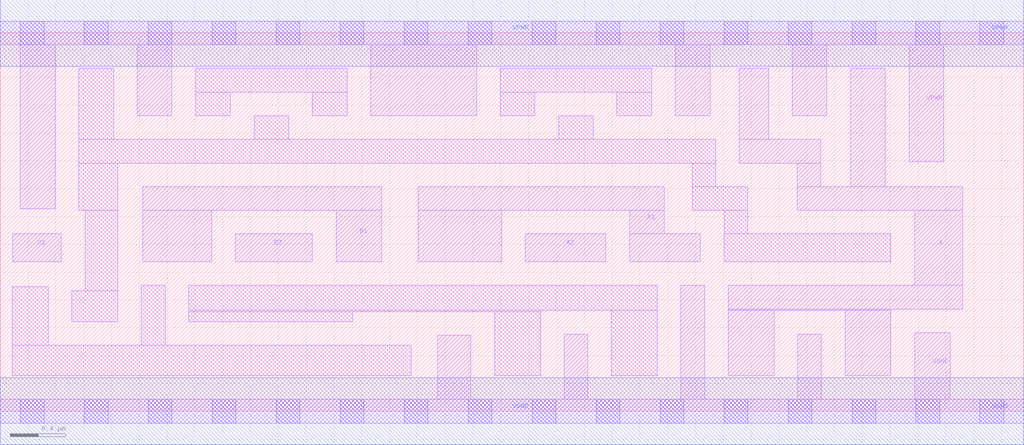
<source format=lef>
# Copyright 2020 The SkyWater PDK Authors
#
# Licensed under the Apache License, Version 2.0 (the "License");
# you may not use this file except in compliance with the License.
# You may obtain a copy of the License at
#
#     https://www.apache.org/licenses/LICENSE-2.0
#
# Unless required by applicable law or agreed to in writing, software
# distributed under the License is distributed on an "AS IS" BASIS,
# WITHOUT WARRANTIES OR CONDITIONS OF ANY KIND, either express or implied.
# See the License for the specific language governing permissions and
# limitations under the License.
#
# SPDX-License-Identifier: Apache-2.0

VERSION 5.7 ;
  NAMESCASESENSITIVE ON ;
  NOWIREEXTENSIONATPIN ON ;
  DIVIDERCHAR "/" ;
  BUSBITCHARS "[]" ;
UNITS
  DATABASE MICRONS 200 ;
END UNITS
MACRO sky130_fd_sc_hd__o221a_4
  CLASS CORE ;
  SOURCE USER ;
  FOREIGN sky130_fd_sc_hd__o221a_4 ;
  ORIGIN  0.000000  0.000000 ;
  SIZE  7.360000 BY  2.720000 ;
  SYMMETRY X Y R90 ;
  SITE unithd ;
  PIN A1
    ANTENNAGATEAREA  0.495000 ;
    DIRECTION INPUT ;
    USE SIGNAL ;
    PORT
      LAYER li1 ;
        RECT 3.005000 1.075000 3.605000 1.445000 ;
        RECT 3.005000 1.445000 4.775000 1.615000 ;
        RECT 4.525000 1.075000 5.035000 1.275000 ;
        RECT 4.525000 1.275000 4.775000 1.445000 ;
    END
  END A1
  PIN A2
    ANTENNAGATEAREA  0.495000 ;
    DIRECTION INPUT ;
    USE SIGNAL ;
    PORT
      LAYER li1 ;
        RECT 3.775000 1.075000 4.355000 1.275000 ;
    END
  END A2
  PIN B1
    ANTENNAGATEAREA  0.495000 ;
    DIRECTION INPUT ;
    USE SIGNAL ;
    PORT
      LAYER li1 ;
        RECT 1.025000 1.075000 1.520000 1.445000 ;
        RECT 1.025000 1.445000 2.745000 1.615000 ;
        RECT 2.415000 1.075000 2.745000 1.445000 ;
    END
  END B1
  PIN B2
    ANTENNAGATEAREA  0.495000 ;
    DIRECTION INPUT ;
    USE SIGNAL ;
    PORT
      LAYER li1 ;
        RECT 1.690000 1.075000 2.245000 1.275000 ;
    END
  END B2
  PIN C1
    ANTENNAGATEAREA  0.495000 ;
    DIRECTION INPUT ;
    USE SIGNAL ;
    PORT
      LAYER li1 ;
        RECT 0.090000 1.075000 0.440000 1.275000 ;
    END
  END C1
  PIN X
    ANTENNADIFFAREA  0.891000 ;
    DIRECTION OUTPUT ;
    USE SIGNAL ;
    PORT
      LAYER li1 ;
        RECT 5.235000 0.255000 5.565000 0.725000 ;
        RECT 5.235000 0.725000 6.405000 0.735000 ;
        RECT 5.235000 0.735000 6.920000 0.905000 ;
        RECT 5.315000 1.785000 5.900000 1.955000 ;
        RECT 5.315000 1.955000 5.525000 2.465000 ;
        RECT 5.730000 1.445000 6.920000 1.615000 ;
        RECT 5.730000 1.615000 5.900000 1.785000 ;
        RECT 6.075000 0.255000 6.405000 0.725000 ;
        RECT 6.115000 1.615000 6.365000 2.465000 ;
        RECT 6.575000 0.905000 6.920000 1.445000 ;
    END
  END X
  PIN VGND
    DIRECTION INOUT ;
    SHAPE ABUTMENT ;
    USE GROUND ;
    PORT
      LAYER li1 ;
        RECT 0.000000 -0.085000 7.360000 0.085000 ;
        RECT 3.145000  0.085000 3.385000 0.545000 ;
        RECT 4.055000  0.085000 4.225000 0.555000 ;
        RECT 4.895000  0.085000 5.065000 0.905000 ;
        RECT 5.735000  0.085000 5.905000 0.555000 ;
        RECT 6.575000  0.085000 6.830000 0.565000 ;
      LAYER mcon ;
        RECT 0.145000 -0.085000 0.315000 0.085000 ;
        RECT 0.605000 -0.085000 0.775000 0.085000 ;
        RECT 1.065000 -0.085000 1.235000 0.085000 ;
        RECT 1.525000 -0.085000 1.695000 0.085000 ;
        RECT 1.985000 -0.085000 2.155000 0.085000 ;
        RECT 2.445000 -0.085000 2.615000 0.085000 ;
        RECT 2.905000 -0.085000 3.075000 0.085000 ;
        RECT 3.365000 -0.085000 3.535000 0.085000 ;
        RECT 3.825000 -0.085000 3.995000 0.085000 ;
        RECT 4.285000 -0.085000 4.455000 0.085000 ;
        RECT 4.745000 -0.085000 4.915000 0.085000 ;
        RECT 5.205000 -0.085000 5.375000 0.085000 ;
        RECT 5.665000 -0.085000 5.835000 0.085000 ;
        RECT 6.125000 -0.085000 6.295000 0.085000 ;
        RECT 6.585000 -0.085000 6.755000 0.085000 ;
        RECT 7.045000 -0.085000 7.215000 0.085000 ;
      LAYER met1 ;
        RECT 0.000000 -0.240000 7.360000 0.240000 ;
    END
  END VGND
  PIN VPWR
    DIRECTION INOUT ;
    SHAPE ABUTMENT ;
    USE POWER ;
    PORT
      LAYER li1 ;
        RECT 0.000000 2.635000 7.360000 2.805000 ;
        RECT 0.145000 1.455000 0.395000 2.635000 ;
        RECT 0.985000 2.125000 1.235000 2.635000 ;
        RECT 2.665000 2.125000 3.425000 2.635000 ;
        RECT 4.855000 2.125000 5.105000 2.635000 ;
        RECT 5.695000 2.125000 5.945000 2.635000 ;
        RECT 6.535000 1.795000 6.785000 2.635000 ;
      LAYER mcon ;
        RECT 0.145000 2.635000 0.315000 2.805000 ;
        RECT 0.605000 2.635000 0.775000 2.805000 ;
        RECT 1.065000 2.635000 1.235000 2.805000 ;
        RECT 1.525000 2.635000 1.695000 2.805000 ;
        RECT 1.985000 2.635000 2.155000 2.805000 ;
        RECT 2.445000 2.635000 2.615000 2.805000 ;
        RECT 2.905000 2.635000 3.075000 2.805000 ;
        RECT 3.365000 2.635000 3.535000 2.805000 ;
        RECT 3.825000 2.635000 3.995000 2.805000 ;
        RECT 4.285000 2.635000 4.455000 2.805000 ;
        RECT 4.745000 2.635000 4.915000 2.805000 ;
        RECT 5.205000 2.635000 5.375000 2.805000 ;
        RECT 5.665000 2.635000 5.835000 2.805000 ;
        RECT 6.125000 2.635000 6.295000 2.805000 ;
        RECT 6.585000 2.635000 6.755000 2.805000 ;
        RECT 7.045000 2.635000 7.215000 2.805000 ;
      LAYER met1 ;
        RECT 0.000000 2.480000 7.360000 2.960000 ;
    END
  END VPWR
  OBS
    LAYER li1 ;
      RECT 0.085000 0.255000 2.955000 0.475000 ;
      RECT 0.085000 0.475000 0.345000 0.895000 ;
      RECT 0.515000 0.645000 0.845000 0.865000 ;
      RECT 0.565000 1.445000 0.845000 1.785000 ;
      RECT 0.565000 1.785000 5.145000 1.955000 ;
      RECT 0.565000 1.955000 0.815000 2.465000 ;
      RECT 0.610000 0.865000 0.845000 1.445000 ;
      RECT 1.015000 0.475000 1.185000 0.905000 ;
      RECT 1.355000 0.645000 2.535000 0.715000 ;
      RECT 1.355000 0.715000 3.885000 0.725000 ;
      RECT 1.355000 0.725000 4.725000 0.905000 ;
      RECT 1.405000 2.125000 1.655000 2.295000 ;
      RECT 1.405000 2.295000 2.495000 2.465000 ;
      RECT 1.825000 1.955000 2.075000 2.125000 ;
      RECT 2.245000 2.125000 2.495000 2.295000 ;
      RECT 3.555000 0.255000 3.885000 0.715000 ;
      RECT 3.595000 2.125000 3.845000 2.295000 ;
      RECT 3.595000 2.295000 4.685000 2.465000 ;
      RECT 4.015000 1.955000 4.265000 2.125000 ;
      RECT 4.395000 0.255000 4.725000 0.725000 ;
      RECT 4.435000 2.125000 4.685000 2.295000 ;
      RECT 4.975000 1.445000 5.375000 1.615000 ;
      RECT 4.975000 1.615000 5.145000 1.785000 ;
      RECT 5.205000 1.075000 6.405000 1.275000 ;
      RECT 5.205000 1.275000 5.375000 1.445000 ;
  END
END sky130_fd_sc_hd__o221a_4

</source>
